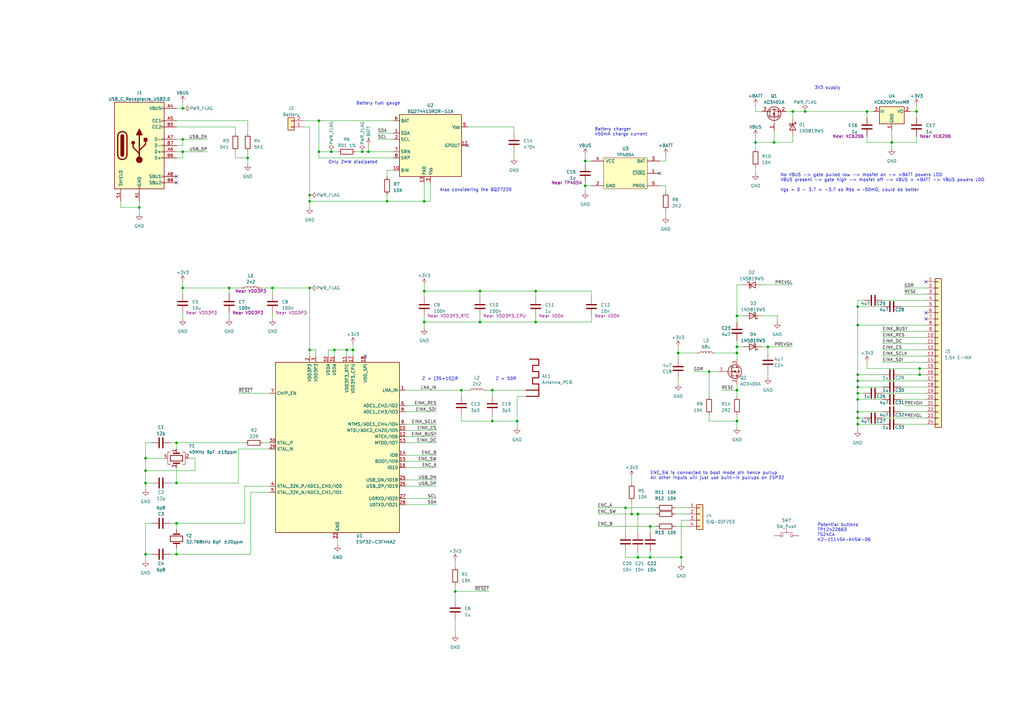
<source format=kicad_sch>
(kicad_sch (version 20230121) (generator eeschema)
  (paper "A3")
  (junction (at 377.19 151.13))
  (junction (at 130.81 62.23))
  (junction (at 74.93 57.15))
  (junction (at 302.26 142.24))
  (junction (at 365.76 58.42))
  (junction (at 261.62 228.6))
  (junction (at 201.93 172.72))
  (junction (at 59.69 198.12))
  (junction (at 93.98 118.11))
  (junction (at 101.6 64.77))
  (junction (at 130.81 49.53))
  (junction (at 74.93 44.45))
  (junction (at 266.7 228.6))
  (junction (at 309.88 58.42))
  (junction (at 375.92 45.72))
  (junction (at 240.03 76.2))
  (junction (at 189.23 160.02))
  (junction (at 59.69 227.33))
  (junction (at 135.89 62.23))
  (junction (at 351.79 153.67))
  (junction (at 317.5 58.42))
  (junction (at 351.79 133.35))
  (junction (at 278.13 144.78))
  (junction (at 74.93 62.23))
  (junction (at 158.75 82.55))
  (junction (at 148.59 62.23))
  (junction (at 302.26 144.78))
  (junction (at 351.79 125.73))
  (junction (at 351.79 171.45))
  (junction (at 279.4 228.6))
  (junction (at 259.08 210.82))
  (junction (at 302.26 129.54))
  (junction (at 351.79 158.75))
  (junction (at 355.6 45.72))
  (junction (at 72.39 227.33))
  (junction (at 240.03 66.04))
  (junction (at 173.99 82.55))
  (junction (at 127 80.01))
  (junction (at 74.93 118.11))
  (junction (at 137.16 143.51))
  (junction (at 111.76 118.11))
  (junction (at 144.78 143.51))
  (junction (at 173.99 119.38))
  (junction (at 266.7 215.9))
  (junction (at 196.85 119.38))
  (junction (at 325.12 45.72))
  (junction (at 219.71 132.08))
  (junction (at 351.79 161.29))
  (junction (at 72.39 181.61))
  (junction (at 127 143.51))
  (junction (at 72.39 198.12))
  (junction (at 219.71 119.38))
  (junction (at 201.93 160.02))
  (junction (at 173.99 132.08))
  (junction (at 302.26 160.02))
  (junction (at 256.54 208.28))
  (junction (at 377.19 153.67))
  (junction (at 261.62 210.82))
  (junction (at 142.24 143.51))
  (junction (at 351.79 163.83))
  (junction (at 59.69 187.96))
  (junction (at 127 118.11))
  (junction (at 57.15 85.09))
  (junction (at 196.85 132.08))
  (junction (at 151.13 62.23))
  (junction (at 186.69 242.57))
  (junction (at 127 82.55))
  (junction (at 351.79 173.99))
  (junction (at 212.09 172.72))
  (junction (at 351.79 168.91))
  (junction (at 290.83 152.4))
  (junction (at 330.2 45.72))
  (junction (at 59.69 193.04))
  (junction (at 72.39 214.63))
  (junction (at 302.26 172.72))
  (junction (at 351.79 156.21))
  (junction (at 314.96 142.24))
  (no_connect (at 191.77 59.69))
  (no_connect (at 72.39 74.93))
  (no_connect (at 72.39 72.39))
  (no_connect (at 379.73 130.81))
  (no_connect (at 149.86 146.05))
  (no_connect (at 379.73 115.57))
  (no_connect (at 270.51 71.12))
  (no_connect (at 379.73 128.27))
  (wire (pts (xy 201.93 160.02) (xy 199.39 160.02)))
  (wire (pts (xy 369.57 168.91) (xy 379.73 168.91)))
  (wire (pts (xy 279.4 213.36) (xy 281.94 213.36)))
  (wire (pts (xy 245.11 210.82) (xy 259.08 210.82)))
  (wire (pts (xy 189.23 160.02) (xy 191.77 160.02)))
  (wire (pts (xy 134.62 146.05) (xy 134.62 143.51)))
  (wire (pts (xy 69.85 214.63) (xy 72.39 214.63)))
  (wire (pts (xy 186.69 242.57) (xy 200.66 242.57)))
  (wire (pts (xy 266.7 226.06) (xy 266.7 228.6)))
  (wire (pts (xy 273.05 66.04) (xy 270.51 66.04)))
  (wire (pts (xy 355.6 55.88) (xy 355.6 58.42)))
  (wire (pts (xy 379.73 133.35) (xy 351.79 133.35)))
  (wire (pts (xy 351.79 168.91) (xy 351.79 171.45)))
  (wire (pts (xy 273.05 86.36) (xy 273.05 88.9)))
  (wire (pts (xy 166.37 173.99) (xy 179.07 173.99)))
  (wire (pts (xy 158.75 72.39) (xy 158.75 69.85)))
  (wire (pts (xy 186.69 240.03) (xy 186.69 242.57)))
  (wire (pts (xy 59.69 187.96) (xy 59.69 193.04)))
  (wire (pts (xy 72.39 52.07) (xy 96.52 52.07)))
  (wire (pts (xy 351.79 171.45) (xy 351.79 173.99)))
  (wire (pts (xy 138.43 220.98) (xy 138.43 223.52)))
  (wire (pts (xy 130.81 64.77) (xy 130.81 62.23)))
  (wire (pts (xy 72.39 214.63) (xy 72.39 217.17)))
  (wire (pts (xy 201.93 160.02) (xy 214.63 160.02)))
  (wire (pts (xy 72.39 62.23) (xy 74.93 62.23)))
  (wire (pts (xy 351.79 161.29) (xy 354.33 161.29)))
  (wire (pts (xy 96.52 52.07) (xy 96.52 54.61)))
  (wire (pts (xy 74.93 120.65) (xy 74.93 118.11)))
  (wire (pts (xy 201.93 172.72) (xy 201.93 170.18)))
  (wire (pts (xy 318.77 132.08) (xy 318.77 129.54)))
  (wire (pts (xy 74.93 57.15) (xy 85.09 57.15)))
  (wire (pts (xy 59.69 214.63) (xy 62.23 214.63)))
  (wire (pts (xy 176.53 74.93) (xy 176.53 82.55)))
  (wire (pts (xy 186.69 242.57) (xy 186.69 246.38)))
  (wire (pts (xy 266.7 215.9) (xy 269.24 215.9)))
  (wire (pts (xy 370.84 120.65) (xy 379.73 120.65)))
  (wire (pts (xy 219.71 129.54) (xy 219.71 132.08)))
  (wire (pts (xy 72.39 59.69) (xy 74.93 59.69)))
  (wire (pts (xy 365.76 60.96) (xy 365.76 58.42)))
  (wire (pts (xy 351.79 171.45) (xy 354.33 171.45)))
  (wire (pts (xy 110.49 201.93) (xy 102.87 201.93)))
  (wire (pts (xy 302.26 116.84) (xy 302.26 129.54)))
  (wire (pts (xy 127 82.55) (xy 158.75 82.55)))
  (wire (pts (xy 186.69 254) (xy 186.69 260.35)))
  (wire (pts (xy 273.05 63.5) (xy 273.05 66.04)))
  (wire (pts (xy 151.13 62.23) (xy 161.29 62.23)))
  (wire (pts (xy 375.92 43.18) (xy 375.92 45.72)))
  (wire (pts (xy 74.93 62.23) (xy 85.09 62.23)))
  (wire (pts (xy 351.79 156.21) (xy 379.73 156.21)))
  (wire (pts (xy 124.46 52.07) (xy 127 52.07)))
  (wire (pts (xy 210.82 62.23) (xy 210.82 64.77)))
  (wire (pts (xy 72.39 184.15) (xy 72.39 181.61)))
  (wire (pts (xy 317.5 58.42) (xy 325.12 58.42)))
  (wire (pts (xy 322.58 45.72) (xy 325.12 45.72)))
  (wire (pts (xy 173.99 129.54) (xy 173.99 132.08)))
  (wire (pts (xy 351.79 125.73) (xy 361.95 125.73)))
  (wire (pts (xy 256.54 208.28) (xy 256.54 218.44)))
  (wire (pts (xy 212.09 175.26) (xy 212.09 172.72)))
  (wire (pts (xy 325.12 58.42) (xy 325.12 55.88)))
  (wire (pts (xy 137.16 143.51) (xy 134.62 143.51)))
  (wire (pts (xy 135.89 62.23) (xy 138.43 62.23)))
  (wire (pts (xy 186.69 229.87) (xy 186.69 232.41)))
  (wire (pts (xy 166.37 196.85) (xy 179.07 196.85)))
  (wire (pts (xy 273.05 76.2) (xy 273.05 78.74)))
  (wire (pts (xy 77.47 187.96) (xy 80.01 187.96)))
  (wire (pts (xy 137.16 143.51) (xy 137.16 146.05)))
  (wire (pts (xy 259.08 205.74) (xy 259.08 210.82)))
  (wire (pts (xy 351.79 161.29) (xy 351.79 163.83)))
  (wire (pts (xy 97.79 184.15) (xy 97.79 198.12)))
  (wire (pts (xy 245.11 208.28) (xy 256.54 208.28)))
  (wire (pts (xy 127 82.55) (xy 127 85.09)))
  (wire (pts (xy 261.62 226.06) (xy 261.62 228.6)))
  (wire (pts (xy 173.99 132.08) (xy 196.85 132.08)))
  (wire (pts (xy 93.98 118.11) (xy 93.98 120.65)))
  (wire (pts (xy 351.79 158.75) (xy 351.79 161.29)))
  (wire (pts (xy 137.16 143.51) (xy 142.24 143.51)))
  (wire (pts (xy 302.26 139.7) (xy 302.26 142.24)))
  (wire (pts (xy 158.75 82.55) (xy 173.99 82.55)))
  (wire (pts (xy 242.57 119.38) (xy 242.57 121.92)))
  (wire (pts (xy 189.23 170.18) (xy 189.23 172.72)))
  (wire (pts (xy 173.99 132.08) (xy 173.99 134.62)))
  (wire (pts (xy 130.81 62.23) (xy 135.89 62.23)))
  (wire (pts (xy 370.84 118.11) (xy 379.73 118.11)))
  (wire (pts (xy 279.4 228.6) (xy 279.4 231.14)))
  (wire (pts (xy 365.76 58.42) (xy 375.92 58.42)))
  (wire (pts (xy 309.88 58.42) (xy 309.88 55.88)))
  (wire (pts (xy 189.23 172.72) (xy 201.93 172.72)))
  (wire (pts (xy 302.26 129.54) (xy 304.8 129.54)))
  (wire (pts (xy 259.08 195.58) (xy 259.08 198.12)))
  (wire (pts (xy 375.92 58.42) (xy 375.92 55.88)))
  (wire (pts (xy 72.39 227.33) (xy 102.87 227.33)))
  (wire (pts (xy 361.95 123.19) (xy 379.73 123.19)))
  (wire (pts (xy 240.03 78.74) (xy 240.03 76.2)))
  (wire (pts (xy 284.48 152.4) (xy 290.83 152.4)))
  (wire (pts (xy 142.24 143.51) (xy 142.24 146.05)))
  (wire (pts (xy 302.26 172.72) (xy 290.83 172.72)))
  (wire (pts (xy 166.37 179.07) (xy 179.07 179.07)))
  (wire (pts (xy 201.93 172.72) (xy 212.09 172.72)))
  (wire (pts (xy 93.98 128.27) (xy 93.98 130.81)))
  (wire (pts (xy 278.13 142.24) (xy 278.13 144.78)))
  (wire (pts (xy 173.99 74.93) (xy 173.99 82.55)))
  (wire (pts (xy 189.23 162.56) (xy 189.23 160.02)))
  (wire (pts (xy 72.39 214.63) (xy 100.33 214.63)))
  (wire (pts (xy 266.7 215.9) (xy 266.7 218.44)))
  (wire (pts (xy 302.26 144.78) (xy 302.26 142.24)))
  (wire (pts (xy 369.57 158.75) (xy 379.73 158.75)))
  (wire (pts (xy 74.93 62.23) (xy 74.93 64.77)))
  (wire (pts (xy 59.69 187.96) (xy 67.31 187.96)))
  (wire (pts (xy 351.79 123.19) (xy 351.79 125.73)))
  (wire (pts (xy 351.79 153.67) (xy 361.95 153.67)))
  (wire (pts (xy 96.52 64.77) (xy 96.52 62.23)))
  (wire (pts (xy 242.57 129.54) (xy 242.57 132.08)))
  (wire (pts (xy 74.93 128.27) (xy 74.93 130.81)))
  (wire (pts (xy 107.95 181.61) (xy 110.49 181.61)))
  (wire (pts (xy 302.26 160.02) (xy 302.26 162.56)))
  (wire (pts (xy 196.85 129.54) (xy 196.85 132.08)))
  (wire (pts (xy 276.86 210.82) (xy 281.94 210.82)))
  (wire (pts (xy 106.68 118.11) (xy 111.76 118.11)))
  (wire (pts (xy 302.26 147.32) (xy 302.26 144.78)))
  (wire (pts (xy 259.08 210.82) (xy 261.62 210.82)))
  (wire (pts (xy 154.94 57.15) (xy 161.29 57.15)))
  (wire (pts (xy 59.69 193.04) (xy 80.01 193.04)))
  (wire (pts (xy 302.26 172.72) (xy 302.26 175.26)))
  (wire (pts (xy 97.79 184.15) (xy 110.49 184.15)))
  (wire (pts (xy 369.57 125.73) (xy 379.73 125.73)))
  (wire (pts (xy 99.06 118.11) (xy 93.98 118.11)))
  (wire (pts (xy 214.63 162.56) (xy 212.09 162.56)))
  (wire (pts (xy 62.23 198.12) (xy 59.69 198.12)))
  (wire (pts (xy 59.69 181.61) (xy 59.69 187.96)))
  (wire (pts (xy 377.19 153.67) (xy 379.73 153.67)))
  (wire (pts (xy 375.92 45.72) (xy 375.92 48.26)))
  (wire (pts (xy 124.46 49.53) (xy 130.81 49.53)))
  (wire (pts (xy 351.79 163.83) (xy 351.79 168.91)))
  (wire (pts (xy 294.64 152.4) (xy 290.83 152.4)))
  (wire (pts (xy 379.73 148.59) (xy 361.95 148.59)))
  (wire (pts (xy 101.6 49.53) (xy 101.6 54.61)))
  (wire (pts (xy 302.26 157.48) (xy 302.26 160.02)))
  (wire (pts (xy 261.62 228.6) (xy 266.7 228.6)))
  (wire (pts (xy 111.76 128.27) (xy 111.76 130.81)))
  (wire (pts (xy 127 143.51) (xy 129.54 143.51)))
  (wire (pts (xy 351.79 163.83) (xy 361.95 163.83)))
  (wire (pts (xy 290.83 152.4) (xy 290.83 162.56)))
  (wire (pts (xy 127 146.05) (xy 127 143.51)))
  (wire (pts (xy 317.5 53.34) (xy 317.5 58.42)))
  (wire (pts (xy 74.93 118.11) (xy 93.98 118.11)))
  (wire (pts (xy 111.76 118.11) (xy 127 118.11)))
  (wire (pts (xy 302.26 170.18) (xy 302.26 172.72)))
  (wire (pts (xy 72.39 181.61) (xy 100.33 181.61)))
  (wire (pts (xy 240.03 66.04) (xy 240.03 67.31)))
  (wire (pts (xy 127 143.51) (xy 127 118.11)))
  (wire (pts (xy 166.37 186.69) (xy 179.07 186.69)))
  (wire (pts (xy 57.15 85.09) (xy 57.15 87.63)))
  (wire (pts (xy 151.13 59.69) (xy 151.13 62.23)))
  (wire (pts (xy 369.57 173.99) (xy 379.73 173.99)))
  (wire (pts (xy 111.76 120.65) (xy 111.76 118.11)))
  (wire (pts (xy 57.15 82.55) (xy 57.15 85.09)))
  (wire (pts (xy 166.37 176.53) (xy 179.07 176.53)))
  (wire (pts (xy 219.71 132.08) (xy 242.57 132.08)))
  (wire (pts (xy 74.93 115.57) (xy 74.93 118.11)))
  (wire (pts (xy 201.93 162.56) (xy 201.93 160.02)))
  (wire (pts (xy 361.95 171.45) (xy 379.73 171.45)))
  (wire (pts (xy 351.79 168.91) (xy 361.95 168.91)))
  (wire (pts (xy 317.5 58.42) (xy 309.88 58.42)))
  (wire (pts (xy 379.73 138.43) (xy 361.95 138.43)))
  (wire (pts (xy 101.6 62.23) (xy 101.6 64.77)))
  (wire (pts (xy 314.96 152.4) (xy 314.96 154.94)))
  (wire (pts (xy 309.88 45.72) (xy 312.42 45.72)))
  (wire (pts (xy 312.42 142.24) (xy 314.96 142.24)))
  (wire (pts (xy 166.37 189.23) (xy 179.07 189.23)))
  (wire (pts (xy 256.54 208.28) (xy 269.24 208.28)))
  (wire (pts (xy 256.54 228.6) (xy 256.54 226.06)))
  (wire (pts (xy 302.26 129.54) (xy 302.26 132.08)))
  (wire (pts (xy 302.26 142.24) (xy 304.8 142.24)))
  (wire (pts (xy 72.39 49.53) (xy 101.6 49.53)))
  (wire (pts (xy 361.95 161.29) (xy 379.73 161.29)))
  (wire (pts (xy 210.82 52.07) (xy 191.77 52.07)))
  (wire (pts (xy 312.42 129.54) (xy 318.77 129.54)))
  (wire (pts (xy 379.73 135.89) (xy 361.95 135.89)))
  (wire (pts (xy 355.6 58.42) (xy 365.76 58.42)))
  (wire (pts (xy 166.37 168.91) (xy 179.07 168.91)))
  (wire (pts (xy 279.4 213.36) (xy 279.4 228.6)))
  (wire (pts (xy 351.79 173.99) (xy 361.95 173.99)))
  (wire (pts (xy 370.84 166.37) (xy 379.73 166.37)))
  (wire (pts (xy 59.69 227.33) (xy 62.23 227.33)))
  (wire (pts (xy 166.37 181.61) (xy 179.07 181.61)))
  (wire (pts (xy 72.39 198.12) (xy 69.85 198.12)))
  (wire (pts (xy 261.62 210.82) (xy 269.24 210.82)))
  (wire (pts (xy 196.85 132.08) (xy 219.71 132.08)))
  (wire (pts (xy 276.86 215.9) (xy 281.94 215.9)))
  (wire (pts (xy 295.91 160.02) (xy 302.26 160.02)))
  (wire (pts (xy 377.19 151.13) (xy 355.6 151.13)))
  (wire (pts (xy 325.12 45.72) (xy 325.12 48.26)))
  (wire (pts (xy 101.6 64.77) (xy 101.6 67.31)))
  (wire (pts (xy 158.75 82.55) (xy 158.75 80.01)))
  (wire (pts (xy 129.54 146.05) (xy 129.54 143.51)))
  (wire (pts (xy 72.39 57.15) (xy 74.93 57.15)))
  (wire (pts (xy 266.7 228.6) (xy 279.4 228.6)))
  (wire (pts (xy 365.76 58.42) (xy 365.76 53.34)))
  (wire (pts (xy 173.99 116.84) (xy 173.99 119.38)))
  (wire (pts (xy 49.53 85.09) (xy 57.15 85.09)))
  (wire (pts (xy 72.39 227.33) (xy 72.39 224.79)))
  (wire (pts (xy 379.73 146.05) (xy 361.95 146.05)))
  (wire (pts (xy 62.23 181.61) (xy 59.69 181.61)))
  (wire (pts (xy 290.83 170.18) (xy 290.83 172.72)))
  (wire (pts (xy 309.88 45.72) (xy 309.88 43.18)))
  (wire (pts (xy 127 80.01) (xy 127 82.55)))
  (wire (pts (xy 146.05 62.23) (xy 148.59 62.23)))
  (wire (pts (xy 74.93 41.91) (xy 74.93 44.45)))
  (wire (pts (xy 166.37 191.77) (xy 179.07 191.77)))
  (wire (pts (xy 100.33 214.63) (xy 100.33 199.39)))
  (wire (pts (xy 240.03 63.5) (xy 240.03 66.04)))
  (wire (pts (xy 59.69 229.87) (xy 59.69 227.33)))
  (wire (pts (xy 354.33 123.19) (xy 351.79 123.19)))
  (wire (pts (xy 351.79 153.67) (xy 351.79 156.21)))
  (wire (pts (xy 100.33 199.39) (xy 110.49 199.39)))
  (wire (pts (xy 74.93 44.45) (xy 72.39 44.45)))
  (wire (pts (xy 309.88 58.42) (xy 309.88 60.96)))
  (wire (pts (xy 97.79 161.29) (xy 110.49 161.29)))
  (wire (pts (xy 314.96 142.24) (xy 314.96 144.78)))
  (wire (pts (xy 130.81 62.23) (xy 130.81 49.53)))
  (wire (pts (xy 72.39 64.77) (xy 74.93 64.77)))
  (wire (pts (xy 144.78 146.05) (xy 144.78 143.51)))
  (wire (pts (xy 127 52.07) (xy 127 80.01)))
  (wire (pts (xy 314.96 142.24) (xy 325.12 142.24)))
  (wire (pts (xy 166.37 207.01) (xy 179.07 207.01)))
  (wire (pts (xy 166.37 204.47) (xy 179.07 204.47)))
  (wire (pts (xy 278.13 154.94) (xy 278.13 157.48)))
  (wire (pts (xy 351.79 125.73) (xy 351.79 133.35)))
  (wire (pts (xy 351.79 158.75) (xy 361.95 158.75)))
  (wire (pts (xy 176.53 82.55) (xy 173.99 82.55)))
  (wire (pts (xy 379.73 151.13) (xy 377.19 151.13)))
  (wire (pts (xy 219.71 119.38) (xy 242.57 119.38)))
  (wire (pts (xy 196.85 119.38) (xy 196.85 121.92)))
  (wire (pts (xy 355.6 45.72) (xy 358.14 45.72)))
  (wire (pts (xy 144.78 143.51) (xy 144.78 140.97)))
  (wire (pts (xy 325.12 45.72) (xy 330.2 45.72)))
  (wire (pts (xy 210.82 54.61) (xy 210.82 52.07)))
  (wire (pts (xy 330.2 45.72) (xy 355.6 45.72)))
  (wire (pts (xy 312.42 116.84) (xy 325.12 116.84)))
  (wire (pts (xy 245.11 215.9) (xy 266.7 215.9)))
  (wire (pts (xy 148.59 62.23) (xy 151.13 62.23)))
  (wire (pts (xy 240.03 74.93) (xy 240.03 76.2)))
  (wire (pts (xy 351.79 173.99) (xy 351.79 176.53)))
  (wire (pts (xy 278.13 144.78) (xy 278.13 147.32)))
  (wire (pts (xy 304.8 116.84) (xy 302.26 116.84)))
  (wire (pts (xy 130.81 49.53) (xy 161.29 49.53)))
  (wire (pts (xy 69.85 181.61) (xy 72.39 181.61)))
  (wire (pts (xy 219.71 119.38) (xy 219.71 121.92)))
  (wire (pts (xy 373.38 45.72) (xy 375.92 45.72)))
  (wire (pts (xy 154.94 54.61) (xy 161.29 54.61)))
  (wire (pts (xy 276.86 208.28) (xy 281.94 208.28)))
  (wire (pts (xy 166.37 199.39) (xy 179.07 199.39)))
  (wire (pts (xy 256.54 228.6) (xy 261.62 228.6)))
  (wire (pts (xy 72.39 191.77) (xy 72.39 198.12)))
  (wire (pts (xy 377.19 151.13) (xy 377.19 153.67)))
  (wire (pts (xy 166.37 160.02) (xy 189.23 160.02)))
  (wire (pts (xy 285.75 144.78) (xy 278.13 144.78)))
  (wire (pts (xy 130.81 64.77) (xy 161.29 64.77)))
  (wire (pts (xy 173.99 119.38) (xy 173.99 121.92)))
  (wire (pts (xy 59.69 193.04) (xy 59.69 198.12)))
  (wire (pts (xy 369.57 153.67) (xy 377.19 153.67)))
  (wire (pts (xy 166.37 166.37) (xy 179.07 166.37)))
  (wire (pts (xy 102.87 201.93) (xy 102.87 227.33)))
  (wire (pts (xy 59.69 227.33) (xy 59.69 214.63)))
  (wire (pts (xy 351.79 133.35) (xy 351.79 153.67)))
  (wire (pts (xy 261.62 210.82) (xy 261.62 218.44)))
  (wire (pts (xy 355.6 148.59) (xy 355.6 151.13)))
  (wire (pts (xy 158.75 69.85) (xy 161.29 69.85)))
  (wire (pts (xy 80.01 187.96) (xy 80.01 193.04)))
  (wire (pts (xy 240.03 76.2) (xy 242.57 76.2)))
  (wire (pts (xy 309.88 71.12) (xy 309.88 68.58)))
  (wire (pts (xy 144.78 143.51) (xy 142.24 143.51)))
  (wire (pts (xy 240.03 66.04) (xy 242.57 66.04)))
  (wire (pts (xy 49.53 82.55) (xy 49.53 85.09)))
  (wire (pts (xy 59.69 198.12) (xy 59.69 200.66)))
  (wire (pts (xy 196.85 119.38) (xy 219.71 119.38)))
  (wire (pts (xy 69.85 227.33) (xy 72.39 227.33)))
  (wire (pts (xy 379.73 140.97) (xy 361.95 140.97)))
  (wire (pts (xy 351.79 156.21) (xy 351.79 158.75)))
  (wire (pts (xy 369.57 163.83) (xy 379.73 163.83)))
  (wire (pts (xy 173.99 119.38) (xy 196.85 119.38)))
  (wire (pts (xy 379.73 143.51) (xy 361.95 143.51)))
  (wire (pts (xy 96.52 64.77) (xy 101.6 64.77)))
  (wire (pts (xy 270.51 76.2) (xy 273.05 76.2)))
  (wire (pts (xy 212.09 162.56) (xy 212.09 172.72)))
  (wire (pts (xy 74.93 57.15) (xy 74.93 59.69)))
  (wire (pts (xy 293.37 144.78) (xy 302.26 144.78)))
  (wire (pts (xy 72.39 198.12) (xy 97.79 198.12)))
  (wire (pts (xy 355.6 45.72) (xy 355.6 48.26)))
  (text "No VBUS -> gate pulled low -> mosfet on -> +BATT powers LDO\nVBUS present -> gate high -> mosfet off -> VBUS > +BATT -> VBUS powers LDO\n\nVgs = 0 - 3.7 = -3.7 so Rds = ~50mΩ, could do better" (at 320.04 78.74 0) (effects (font (size 1.27 1.27)) (justify left bottom)))
  (text "Potential buttons\nTP12422663\nTS24CA\nK2-1114SA-A4SW-06" (at 335.28 222.25 0) (effects (font (size 1.27 1.27)) (justify left bottom)))
  (text "Battery fuel gauge" (at 146.05 43.18 0) (effects (font (size 1.27 1.27)) (justify left bottom)))
  (text "Z = (35+10j)R" (at 187.96 156.21 0) (effects (font (size 1.27 1.27)) (justify right bottom)))
  (text "3V3 supply" (at 334.01 36.83 0) (effects (font (size 1.27 1.27)) (justify left bottom)))
  (text "Only 2mW dissipated" (at 134.62 67.31 0) (effects (font (size 1.27 1.27)) (justify left bottom)))
  (text "Also considering the BQ27220" (at 180.34 78.74 0) (effects (font (size 1.27 1.27)) (justify left bottom)))
  (text "Battery charger\n450mA charge current" (at 243.84 55.88 0) (effects (font (size 1.27 1.27)) (justify left bottom)))
  (text "ENC_SW is connected to boot mode pin hence pullup\nAll other inputs will just use built-in pullups on ESP32" (at 266.7 196.85 0) (effects (font (size 1.27 1.27)) (justify left bottom)))
  (text "Z = 50R" (at 203.2 156.21 0) (effects (font (size 1.27 1.27)) (justify left bottom)))
  (label "PREVGH" (at 370.84 166.37 0))
  (label "ENC_SW" (at 179.07 189.23 180))
  (label "EINK_BUSY" (at 179.07 179.07 180))
  (label "ENC_SW" (at 245.11 210.82 0))
  (label "PREVGH" (at 325.12 142.24 180))
  (label "ENC_B" (at 245.11 215.9 0))
  (label "SDA" (at 154.94 54.61 0))
  (label "ENC_A" (at 245.11 208.28 0))
  (label "LNA_IN" (at 179.07 160.02 180))
  (label "USB_DP" (at 85.09 62.23 180))
  (label "EINK_SDI" (at 361.95 148.59 0))
  (label "RESE" (at 295.91 160.02 0))
  (label "SDA" (at 179.07 207.01 180))
  (label "PREVGL" (at 370.84 171.45 0))
  (label "GDR" (at 284.48 152.4 0))
  (label "EINK_CS" (at 179.07 176.53 180))
  (label "EINK_RES" (at 179.07 166.37 180))
  (label "GDR" (at 370.84 118.11 0))
  (label "EINK_SDI" (at 179.07 168.91 180))
  (label "PREVGL" (at 325.12 116.84 180))
  (label "USB_DP" (at 179.07 199.39 180))
  (label "~{RESET}" (at 200.66 242.57 180))
  (label "EINK_CS" (at 361.95 143.51 0))
  (label "EINK_DC" (at 361.95 140.97 0))
  (label "SCL" (at 179.07 204.47 180))
  (label "EINK_DC" (at 179.07 181.61 180))
  (label "EINK_SCLK" (at 361.95 146.05 0))
  (label "USB_DN" (at 85.09 57.15 180))
  (label "USB_DN" (at 179.07 196.85 180))
  (label "EINK_RES" (at 361.95 138.43 0))
  (label "RESE" (at 370.84 120.65 0))
  (label "~{RESET}" (at 97.79 161.29 0))
  (label "ENC_A" (at 179.07 191.77 180))
  (label "SCL" (at 154.94 57.15 0))
  (label "EINK_SCLK" (at 179.07 173.99 180))
  (label "EINK_BUSY" (at 361.95 135.89 0))
  (label "ENC_B" (at 179.07 186.69 180))
  (symbol (lib_id "Device:R") (at 309.88 64.77 180) (unit 1)
    (property "Reference" "R10" (at 312.42 64.135 0) (effects (justify right)))
    (property "Value" "10K" (at 312.42 66.675 0) (effects (justify right)))
    (property "Footprint" "Resistor_SMD:R_0402_1005Metric" (effects hide))
    (property "LCSC" "C25744" (effects hide))
  )
  (symbol (lib_id "Device:R") (at 290.83 166.37 0) (mirror x) (unit 1)
    (property "Reference" "R9" (at 288.29 165.735 0) (effects (justify right)))
    (property "Value" "10K" (at 288.29 168.275 0) (effects (justify right)))
    (property "Footprint" "Resistor_SMD:R_0402_1005Metric" (effects hide))
    (property "LCSC" "C25744" (effects hide))
  )
  (symbol (lib_id "power:PWR_FLAG") (at 148.59 62.23 0) (unit 1)
    (property "Reference" "#FLG03" (effects hide))
    (property "Value" "PWR_FLAG" (at 148.59 54.61 90))
  )
  (symbol (lib_id "Device:C") (at 111.76 124.46 0) (unit 1)
    (property "Reference" "C8" (at 115.57 123.825 0) (effects (justify left)))
    (property "Value" "100n" (at 115.57 126.365 0) (effects (justify left)))
    (property "Footprint" "Capacitor_SMD:C_0402_1005Metric" (effects hide))
    (property "Label" "Near VDD3P3" (at 113.03 128.27 0) (effects (justify left)))
    (property "LCSC" "C1525" (effects hide))
  )
  (symbol (lib_id "Device:C") (at 219.71 125.73 0) (unit 1)
    (property "Reference" "C11" (at 223.52 125.095 0) (effects (justify left)))
    (property "Value" "1u" (at 223.52 127.635 0) (effects (justify left)))
    (property "Footprint" "Capacitor_SMD:C_0402_1005Metric" (effects hide))
    (property "Label" "Near VDDA" (at 220.98 129.54 0) (effects (justify left)))
    (property "LCSC" "C52923" (effects hide))
  )
  (symbol (lib_id "local:TP4054") (at 256.54 71.12 0) (unit 1)
    (property "Reference" "U3" (at 256.54 60.96 0))
    (property "Value" "TP4054" (at 256.54 63.5 0))
    (property "Footprint" "Package_TO_SOT_SMD:SOT-23-5" (effects hide))
    (property "Description" "Standalone Linear Li-ion Battery Charger with Thermal Regulation, SOT-23-5" (effects hide))
    (property "Height" "1" (effects hide))
    (property "Manufacturer_Name" "TOP POWER" (effects hide))
    (property "Manufacturer_Part_Number" "TP4054-42-SOT25-R" (effects hide))
    (property "LCSC" "C32574" (effects hide))
  )
  (symbol (lib_id "power:GND") (at 302.26 175.26 0) (unit 1)
    (property "Reference" "#PWR036" (effects hide))
    (property "Value" "GND" (at 302.26 180.34 0))
  )
  (symbol (lib_id "power:+3V3") (at 355.6 148.59 0) (unit 1)
    (property "Reference" "#PWR040" (effects hide))
    (property "Value" "+3V3" (at 355.6 144.78 0))
  )
  (symbol (lib_id "power:PWR_FLAG") (at 135.89 62.23 0) (unit 1)
    (property "Reference" "#FLG01" (effects hide))
    (property "Value" "PWR_FLAG" (at 135.89 54.61 90))
  )
  (symbol (lib_id "Device:R") (at 186.69 236.22 0) (unit 1)
    (property "Reference" "R1" (at 189.23 235.585 0) (effects (justify left)))
    (property "Value" "10K" (at 189.23 238.125 0) (effects (justify left)))
    (property "Footprint" "Resistor_SMD:R_0402_1005Metric" (effects hide))
    (property "LCSC" "C25744" (effects hide))
  )
  (symbol (lib_id "power:+3V3") (at 173.99 116.84 0) (unit 1)
    (property "Reference" "#PWR03" (effects hide))
    (property "Value" "+3V3" (at 173.99 113.03 0))
  )
  (symbol (lib_id "Device:L") (at 195.58 160.02 90) (unit 1)
    (property "Reference" "L2" (at 195.58 154.94 90))
    (property "Value" "2n2" (at 195.58 157.48 90))
    (property "Footprint" "Inductor_SMD:L_0402_1005Metric" (effects hide))
    (property "LCSC" "C86061" (effects hide))
  )
  (symbol (lib_id "Device:C") (at 210.82 58.42 0) (unit 1)
    (property "Reference" "C14" (at 214.63 57.785 0) (effects (justify left)))
    (property "Value" "470n" (at 214.63 60.325 0) (effects (justify left)))
    (property "Footprint" "Capacitor_SMD:C_0402_1005Metric" (effects hide))
    (property "LCSC" "C47339" (effects hide))
  )
  (symbol (lib_id "Device:R") (at 302.26 166.37 0) (mirror x) (unit 1)
    (property "Reference" "R14" (at 299.72 165.735 0) (effects (justify right)))
    (property "Value" "2R2" (at 299.72 168.275 0) (effects (justify right)))
    (property "Footprint" "Resistor_SMD:R_0402_1005Metric" (effects hide))
    (property "LCSC" "C25744" (effects hide))
  )
  (symbol (lib_id "Device:C") (at 358.14 171.45 270) (unit 1)
    (property "Reference" "C27" (at 359.41 172.72 90) (effects (justify left)))
    (property "Value" "4u7" (at 356.87 172.72 90) (effects (justify right)))
  )
  (symbol (lib_id "Device:R") (at 273.05 208.28 90) (unit 1)
    (property "Reference" "R11" (at 270.51 201.93 90))
    (property "Value" "10K" (at 275.59 201.93 90))
    (property "Footprint" "Resistor_SMD:R_0402_1005Metric" (effects hide))
    (property "LCSC" "C25744" (effects hide))
  )
  (symbol (lib_id "Diode:1N5819WS") (at 308.61 142.24 180) (unit 1)
    (property "Reference" "D4" (at 308.9275 137.16 0))
    (property "Value" "1N5819WS" (at 308.9275 139.7 0))
    (property "Footprint" "Diode_SMD:D_SOD-323" (effects hide))
    (property "Datasheet" "https://datasheet.lcsc.com/lcsc/2204281430_Guangdong-Hottech-1N5819WS_C191023.pdf" (effects hide))
  )
  (symbol (lib_id "power:+3V3") (at 74.93 115.57 0) (unit 1)
    (property "Reference" "#PWR07" (effects hide))
    (property "Value" "+3V3" (at 74.93 111.76 0))
  )
  (symbol (lib_id "Device:C") (at 358.14 161.29 270) (unit 1)
    (property "Reference" "C26" (at 359.41 162.56 90) (effects (justify left)))
    (property "Value" "1u" (at 356.87 162.56 90) (effects (justify right)))
  )
  (symbol (lib_id "Device:C") (at 365.76 125.73 270) (unit 1)
    (property "Reference" "C28" (at 367.03 127 90) (effects (justify left)))
    (property "Value" "4u7" (at 364.49 127 90) (effects (justify right)))
  )
  (symbol (lib_id "Device:R") (at 104.14 181.61 90) (unit 1)
    (property "Reference" "R2" (at 104.14 176.53 90))
    (property "Value" "22R" (at 104.14 179.07 90))
    (property "Footprint" "Resistor_SMD:R_0402_1005Metric" (effects hide))
    (property "LCSC" "C25092" (effects hide))
  )
  (symbol (lib_id "Connector_Generic:Conn_01x04") (at 287.02 210.82 0) (unit 1)
    (property "Reference" "J4" (at 289.56 211.455 0) (effects (justify left)))
    (property "Value" "SIQ-02FVS3" (at 289.56 213.995 0) (effects (justify left)))
    (property "Footprint" "local:SIQ-02FVS3" (effects hide))
    (property "LCSC" "C2925423" (effects hide))
  )
  (symbol (lib_id "Device:C") (at 365.76 168.91 270) (unit 1)
    (property "Reference" "C32" (at 367.03 170.18 90) (effects (justify left)))
    (property "Value" "4u7" (at 364.49 170.18 90) (effects (justify right)))
  )
  (symbol (lib_id "power:GND") (at 127 85.09 0) (unit 1)
    (property "Reference" "#PWR011" (effects hide))
    (property "Value" "GND" (at 127 90.17 0))
  )
  (symbol (lib_id "Device:C") (at 302.26 135.89 180) (unit 1)
    (property "Reference" "C23" (at 299.72 134.62 0) (effects (justify left)))
    (property "Value" "4u7" (at 299.72 137.16 0) (effects (justify left)))
  )
  (symbol (lib_id "Device:C") (at 266.7 222.25 0) (unit 1)
    (property "Reference" "C22" (at 265.43 231.14 0) (effects (justify left)))
    (property "Value" "10n" (at 265.43 233.68 0) (effects (justify left)))
    (property "Footprint" "Capacitor_SMD:C_0402_1005Metric" (effects hide))
    (property "LCSC" "C15195" (effects hide))
  )
  (symbol (lib_id "power:GND") (at 93.98 130.81 0) (unit 1)
    (property "Reference" "#PWR013" (effects hide))
    (property "Value" "GND" (at 93.98 135.89 0))
  )
  (symbol (lib_id "power:PWR_FLAG") (at 74.93 44.45 270) (unit 1)
    (property "Reference" "#FLG06" (effects hide))
    (property "Value" "PWR_FLAG" (at 82.55 44.45 90))
  )
  (symbol (lib_id "power:GND") (at 210.82 64.77 0) (unit 1)
    (property "Reference" "#PWR018" (effects hide))
    (property "Value" "GND" (at 210.82 69.85 0))
  )
  (symbol (lib_id "Device:C") (at 261.62 222.25 0) (unit 1)
    (property "Reference" "C21" (at 260.35 231.14 0) (effects (justify left)))
    (property "Value" "10n" (at 260.35 233.68 0) (effects (justify left)))
    (property "Footprint" "Capacitor_SMD:C_0402_1005Metric" (effects hide))
    (property "LCSC" "C15195" (effects hide))
  )
  (symbol (lib_id "power:GND") (at 309.88 71.12 0) (unit 1)
    (property "Reference" "#PWR030" (effects hide))
    (property "Value" "GND" (at 309.88 76.2 0))
  )
  (symbol (lib_id "power:GND") (at 138.43 223.52 0) (unit 1)
    (property "Reference" "#PWR01" (effects hide))
    (property "Value" "GND" (at 138.43 228.6 0))
  )
  (symbol (lib_id "power:+BATT") (at 273.05 63.5 0) (unit 1)
    (property "Reference" "#PWR022" (effects hide))
    (property "Value" "+BATT" (at 273.05 59.69 0))
  )
  (symbol (lib_id "power:PWR_FLAG") (at 127 80.01 270) (unit 1)
    (property "Reference" "#FLG02" (effects hide))
    (property "Value" "PWR_FLAG" (at 134.62 80.01 90))
  )
  (symbol (lib_id "power:GND") (at 314.96 154.94 0) (unit 1)
    (property "Reference" "#PWR037" (effects hide))
    (property "Value" "GND" (at 314.96 160.02 0))
  )
  (symbol (lib_id "Device:C") (at 256.54 222.25 0) (unit 1)
    (property "Reference" "C20" (at 255.27 231.14 0) (effects (justify left)))
    (property "Value" "10n" (at 255.27 233.68 0) (effects (justify left)))
    (property "Footprint" "Capacitor_SMD:C_0402_1005Metric" (effects hide))
    (property "LCSC" "C15195" (effects hide))
  )
  (symbol (lib_id "Device:C") (at 365.76 163.83 270) (unit 1)
    (property "Reference" "C31" (at 367.03 165.1 90) (effects (justify left)))
    (property "Value" "4u7" (at 364.49 165.1 90) (effects (justify right)))
  )
  (symbol (lib_id "power:GND") (at 59.69 200.66 0) (unit 1)
    (property "Reference" "#PWR019" (effects hide))
    (property "Value" "GND" (at 59.69 205.74 0))
  )
  (symbol (lib_id "power:VBUS") (at 240.03 63.5 0) (unit 1)
    (property "Reference" "#PWR024" (effects hide))
    (property "Value" "VBUS" (at 240.03 59.69 0))
  )
  (symbol (lib_id "Battery_Management:BQ27441DRZR-G1A") (at 176.53 59.69 0) (unit 1)
    (property "Reference" "U2" (at 176.53 43.18 0))
    (property "Value" "BQ27441DRZR-G1A" (at 176.53 45.72 0))
    (property "Footprint" "Package_SON:Texas_S-PDSO-N12" (effects hide))
    (property "Datasheet" "http://www.ti.com/lit/ds/symlink/bq27441-g1.pdf" (effects hide))
    (property "LCSC" "C473397" (effects hide))
  )
  (symbol (lib_id "Device:C") (at 242.57 125.73 0) (unit 1)
    (property "Reference" "C12" (at 246.38 125.095 0) (effects (justify left)))
    (property "Value" "10n" (at 246.38 127.635 0) (effects (justify left)))
    (property "Footprint" "Capacitor_SMD:C_0402_1005Metric" (effects hide))
    (property "Label" "Near VDDA" (at 243.84 129.54 0) (effects (justify left)))
    (property "LCSC" "C15195" (effects hide))
  )
  (symbol (lib_id "Device:R") (at 273.05 210.82 90) (unit 1)
    (property "Reference" "R12" (at 270.51 204.47 90))
    (property "Value" "10K" (at 275.59 204.47 90))
    (property "Footprint" "Resistor_SMD:R_0402_1005Metric" (effects hide))
    (property "LCSC" "C25744" (effects hide))
  )
  (symbol (lib_id "power:PWR_FLAG") (at 127 118.11 270) (unit 1)
    (property "Reference" "#FLG04" (effects hide))
    (property "Value" "PWR_FLAG" (at 134.62 118.11 90))
  )
  (symbol (lib_id "power:GND") (at 351.79 176.53 0) (unit 1)
    (property "Reference" "#PWR039" (effects hide))
    (property "Value" "GND" (at 351.79 181.61 0))
  )
  (symbol (lib_id "Transistor_FET:AO3401A") (at 317.5 48.26 90) (unit 1)
    (property "Reference" "Q1" (at 317.5 39.37 90))
    (property "Value" "AO3401A" (at 317.5 41.91 90))
    (property "Footprint" "Package_TO_SOT_SMD:SOT-23" (effects hide))
    (property "Datasheet" "http://www.aosmd.com/pdfs/datasheet/AO3401A.pdf" (effects hide))
    (property "LCSC" "C15127" (effects hide))
  )
  (symbol (lib_id "Switch:SW_Push") (at 322.58 219.71 0) (unit 1)
    (property "Reference" "SW?" (at 322.58 213.36 0))
    (property "Value" "SW_Push" (at 322.58 215.9 0))
  )
  (symbol (lib_id "power:GND") (at 240.03 78.74 0) (unit 1)
    (property "Reference" "#PWR023" (effects hide))
    (property "Value" "GND" (at 240.03 83.82 0))
  )
  (symbol (lib_id "Transistor_FET:AO3400A") (at 299.72 152.4 0) (unit 1)
    (property "Reference" "Q2" (at 303.53 154.94 0) (effects (justify left)))
    (property "Value" "AO3400A" (at 303.53 157.48 0) (effects (justify left)))
    (property "Footprint" "Package_TO_SOT_SMD:SOT-23" (effects hide))
    (property "Datasheet" "http://www.aosmd.com/pdfs/datasheet/AO3400A.pdf" (effects hide))
  )
  (symbol (lib_id "Diode:1N5819WS") (at 325.12 52.07 270) (unit 1)
    (property "Reference" "D1" (at 327.66 51.1175 90) (effects (justify left)))
    (property "Value" "1N5819WS" (at 327.66 53.6575 90) (effects (justify left)))
    (property "Footprint" "Diode_SMD:D_SOD-323" (effects hide))
    (property "Datasheet" "https://datasheet.lcsc.com/lcsc/2204281430_Guangdong-Hottech-1N5819WS_C191023.pdf" (effects hide))
    (property "LCSC" "C191023" (effects hide))
  )
  (symbol (lib_id "Device:C") (at 358.14 123.19 270) (unit 1)
    (property "Reference" "C25" (at 359.41 124.46 90) (effects (justify left)))
    (property "Value" "4u7" (at 356.87 124.46 90) (effects (justify right)))
  )
  (symbol (lib_id "power:GND") (at 74.93 130.81 0) (unit 1)
    (property "Reference" "#PWR014" (effects hide))
    (property "Value" "GND" (at 74.93 135.89 0))
  )
  (symbol (lib_id "Device:C") (at 201.93 166.37 0) (unit 1)
    (property "Reference" "C19" (at 205.74 165.735 0) (effects (justify left)))
    (property "Value" "3p3" (at 205.74 168.275 0) (effects (justify left)))
    (property "Footprint" "Capacitor_SMD:C_0402_1005Metric" (effects hide))
    (property "LCSC" "C1565" (effects hide))
  )
  (symbol (lib_id "Device:R") (at 96.52 58.42 0) (mirror x) (unit 1)
    (property "Reference" "R3" (at 93.98 57.785 0) (effects (justify right)))
    (property "Value" "5K1" (at 93.98 60.325 0) (effects (justify right)))
    (property "Footprint" "Resistor_SMD:R_0402_1005Metric" (effects hide))
    (property "LCSC" "C25905" (effects hide))
  )
  (symbol (lib_id "power:+3V3") (at 144.78 140.97 0) (unit 1)
    (property "Reference" "#PWR02" (effects hide))
    (property "Value" "+3V3" (at 144.78 137.16 0))
  )
  (symbol (lib_id "Device:L") (at 102.87 118.11 90) (unit 1)
    (property "Reference" "L1" (at 102.87 113.03 90))
    (property "Value" "2n2" (at 102.87 115.57 90))
    (property "Footprint" "Inductor_SMD:L_0402_1005Metric" (effects hide))
    (property "Label" "Near VDD3P3" (at 102.87 119.38 90))
    (property "LCSC" "C86061" (effects hide))
  )
  (symbol (lib_id "Device:R") (at 142.24 62.23 90) (unit 1)
    (property "Reference" "R6" (at 142.24 57.15 90))
    (property "Value" "R01 1%" (at 142.24 59.69 90))
    (property "Footprint" "Resistor_SMD:R_0805_2012Metric" (effects hide))
    (property "LCSC" "C3024467" (effects hide))
  )
  (symbol (lib_id "Device:Crystal") (at 72.39 220.98 90) (unit 1)
    (property "Reference" "Y2" (at 76.2 219.71 90) (effects (justify right)))
    (property "Value" "32.768kHz 6pF ±20ppm" (at 76.2 222.25 90) (effects (justify right)))
    (property "Footprint" "Crystal:Crystal_SMD_3215-2Pin_3.2x1.5mm" (effects hide))
    (property "LCSC" "C32346" (effects hide))
  )
  (symbol (lib_id "power:GND") (at 318.77 132.08 0) (unit 1)
    (property "Reference" "#PWR038" (effects hide))
    (property "Value" "GND" (at 318.77 137.16 0))
  )
  (symbol (lib_id "power:GND") (at 365.76 60.96 0) (unit 1)
    (property "Reference" "#PWR031" (effects hide))
    (property "Value" "GND" (at 365.76 66.04 0))
  )
  (symbol (lib_id "Device:C") (at 66.04 198.12 270) (unit 1)
    (property "Reference" "C2" (at 66.04 201.93 90))
    (property "Value" "12p" (at 66.04 204.47 90))
    (property "Footprint" "Capacitor_SMD:C_0402_1005Metric" (effects hide))
    (property "LCSC" "C1547" (effects hide))
  )
  (symbol (lib_id "Device:C") (at 375.92 52.07 0) (unit 1)
    (property "Reference" "C17" (at 379.73 51.435 0) (effects (justify left)))
    (property "Value" "1u" (at 379.73 53.975 0) (effects (justify left)))
    (property "Footprint" "Capacitor_SMD:C_0402_1005Metric" (effects hide))
    (property "Label" "Near XC6206" (at 377.19 55.88 0) (effects (justify left)))
    (property "LCSC" "C52923" (effects hide))
  )
  (symbol (lib_id "Device:C") (at 186.69 250.19 0) (unit 1)
    (property "Reference" "C6" (at 190.5 249.555 0) (effects (justify left)))
    (property "Value" "1u" (at 190.5 252.095 0) (effects (justify left)))
    (property "Footprint" "Capacitor_SMD:C_0402_1005Metric" (effects hide))
    (property "LCSC" "C52923" (effects hide))
  )
  (symbol (lib_id "power:GND") (at 186.69 260.35 0) (unit 1)
    (property "Reference" "#PWR016" (effects hide))
    (property "Value" "GND" (at 186.69 265.43 0))
  )
  (symbol (lib_id "Device:C") (at 66.04 181.61 90) (unit 1)
    (property "Reference" "C1" (at 66.04 175.26 90))
    (property "Value" "12p" (at 66.04 177.8 90))
    (property "Footprint" "Capacitor_SMD:C_0402_1005Metric" (effects hide))
    (property "LCSC" "C1547" (effects hide))
  )
  (symbol (lib_id "power:+3V3") (at 259.08 195.58 0) (unit 1)
    (property "Reference" "#PWR035" (effects hide))
    (property "Value" "+3V3" (at 259.08 191.77 0))
  )
  (symbol (lib_id "Regulator_Linear:XC6206PxxxMR") (at 365.76 45.72 0) (unit 1)
    (property "Reference" "U4" (at 365.76 39.37 0))
    (property "Value" "XC6206PxxxMR" (at 365.76 41.91 0))
    (property "Footprint" "Package_TO_SOT_SMD:SOT-23-3" (effects hide))
    (property "Datasheet" "https://www.torexsemi.com/file/xc6206/XC6206.pdf" (effects hide))
    (property "LCSC" "C5446" (effects hide))
  )
  (symbol (lib_id "local:Antenna_PCB") (at 217.17 161.29 270) (unit 1) (in_bom no)
    (property "Reference" "AE1" (at 222.25 154.305 90) (effects (justify left)))
    (property "Value" "Antenna_PCB" (at 222.25 156.845 90) (effects (justify left)))
    (property "Footprint" "local:Texas_SWRA117D_2.4GHz_Left" (effects hide))
  )
  (symbol (lib_id "power:GND") (at 59.69 229.87 0) (unit 1)
    (property "Reference" "#PWR017" (effects hide))
    (property "Value" "GND" (at 59.69 234.95 0))
  )
  (symbol (lib_id "Device:R") (at 158.75 76.2 0) (unit 1)
    (property "Reference" "R7" (at 161.29 75.565 0) (effects (justify left)))
    (property "Value" "10K" (at 161.29 78.105 0) (effects (justify left)))
    (property "Footprint" "Resistor_SMD:R_0402_1005Metric" (effects hide))
    (property "LCSC" "C25744" (effects hide))
  )
  (symbol (lib_id "Device:R") (at 273.05 82.55 180) (unit 1)
    (property "Reference" "R8" (at 275.59 81.915 0) (effects (justify right)))
    (property "Value" "2K2" (at 275.59 84.455 0) (effects (justify right)))
    (property "Footprint" "Resistor_SMD:R_0402_1005Metric" (effects hide))
    (property "LCSC" "C25879" (effects hide))
  )
  (symbol (lib_id "power:VBUS") (at 309.88 55.88 0) (unit 1)
    (property "Reference" "#PWR029" (effects hide))
    (property "Value" "VBUS" (at 309.88 52.07 0))
  )
  (symbol (lib_id "Device:C") (at 173.99 125.73 0) (unit 1)
    (property "Reference" "C9" (at 177.8 125.095 0) (effects (justify left)))
    (property "Value" "100n" (at 177.8 127.635 0) (effects (justify left)))
    (property "Footprint" "Capacitor_SMD:C_0402_1005Metric" (effects hide))
    (property "Label" "Near VDD3P3_RTC" (at 175.26 129.54 0) (effects (justify left)))
    (property "LCSC" "C1525" (effects hide))
  )
  (symbol (lib_id "power:+3V3") (at 375.92 43.18 0) (unit 1)
    (property "Reference" "#PWR025" (effects hide))
    (property "Value" "+3V3" (at 375.92 39.37 0))
  )
  (symbol (lib_id "power:PWR_FLAG") (at 330.2 45.72 0) (unit 1)
    (property "Reference" "#FLG05" (effects hide))
    (property "Value" "PWR_FLAG" (at 330.2 41.91 0))
  )
  (symbol (lib_id "Device:C") (at 189.23 166.37 0) (unit 1)
    (property "Reference" "C13" (at 193.04 165.735 0) (effects (justify left)))
    (property "Value" "3p3" (at 193.04 168.275 0) (effects (justify left)))
    (property "Footprint" "Capacitor_SMD:C_0402_1005Metric" (effects hide))
    (property "LCSC" "C1565" (effects hide))
  )
  (symbol (lib_id "Device:C") (at 74.93 124.46 0) (unit 1)
    (property "Reference" "C5" (at 78.74 123.825 0) (effects (justify left)))
    (property "Value" "10u" (at 78.74 126.365 0) (effects (justify left)))
    (property "Footprint" "Capacitor_SMD:C_0402_1005Metric" (effects hide))
    (property "Label" "Near VDD3P3" (at 76.2 128.27 0) (effects (justify left)))
    (property "LCSC" "C15525" (effects hide))
  )
  (symbol (lib_id "Device:C") (at 355.6 52.07 0) (mirror y) (unit 1)
    (property "Reference" "C16" (at 351.79 51.435 0) (effects (justify left)))
    (property "Value" "1u" (at 351.79 53.975 0) (effects (justify left)))
    (property "Footprint" "Capacitor_SMD:C_0402_1005Metric" (effects hide))
    (property "Label" "Near XC6206" (at 354.33 55.88 0) (effects (justify left)))
    (property "LCSC" "C52923" (effects hide))
  )
  (symbol (lib_id "Device:C") (at 314.96 148.59 0) (unit 1)
    (property "Reference" "C24" (at 317.5 149.86 0) (effects (justify left)))
    (property "Value" "4u7" (at 317.5 147.32 0) (effects (justify left)))
  )
  (symbol (lib_id "Diode:1N5819WS") (at 308.61 129.54 180) (unit 1)
    (property "Reference" "D3" (at 308.9275 124.46 0))
    (property "Value" "1N5819WS" (at 308.9275 127 0))
    (property "Footprint" "Diode_SMD:D_SOD-323" (effects hide))
    (property "Datasheet" "https://datasheet.lcsc.com/lcsc/2204281430_Guangdong-Hottech-1N5819WS_C191023.pdf" (effects hide))
  )
  (symbol (lib_id "power:GND") (at 279.4 231.14 0) (unit 1)
    (property "Reference" "#PWR034" (effects hide))
    (property "Value" "GND" (at 279.4 236.22 0))
  )
  (symbol (lib_id "Device:R") (at 101.6 58.42 0) (unit 1)
    (property "Reference" "R4" (at 104.14 57.785 0) (effects (justify left)))
    (property "Value" "5K1" (at 104.14 60.325 0) (effects (justify left)))
    (property "Footprint" "Resistor_SMD:R_0402_1005Metric" (effects hide))
    (property "LCSC" "C25905" (effects hide))
  )
  (symbol (lib_id "power:GND") (at 273.05 88.9 0) (unit 1)
    (property "Reference" "#PWR026" (effects hide))
    (property "Value" "GND" (at 273.05 93.98 0))
  )
  (symbol (lib_id "Device:C") (at 66.04 227.33 270) (unit 1)
    (property "Reference" "C4" (at 66.04 231.14 90))
    (property "Value" "6p8" (at 66.04 233.68 90))
    (property "Footprint" "Capacitor_SMD:C_0402_1005Metric" (effects hide))
    (property "LCSC" "C1576" (effects hide))
  )
  (symbol (lib_id "Device:R") (at 259.08 201.93 0) (unit 1)
    (property "Reference" "R5" (at 261.62 201.295 0) (effects (justify left)))
    (property "Value" "10K" (at 261.62 203.835 0) (effects (justify left)))
    (property "Footprint" "Resistor_SMD:R_0402_1005Metric" (effects hide))
    (property "LCSC" "C25744" (effects hide))
  )
  (symbol (lib_id "local:ESP32-C3FH4AZ") (at 138.43 186.69 0) (unit 1)
    (property "Reference" "U1" (at 146.05 219.71 0) (effects (justify left)))
    (property "Value" "ESP32-C3FH4AZ" (at 146.05 222.25 0) (effects (justify left)))
    (property "Footprint" "Package_DFN_QFN:QFN-32-1EP_5x5mm_P0.5mm_EP3.6x3.6mm_ThermalVias" (effects hide))
    (property "Datasheet" "https://www.espressif.com/sites/default/files/documentation/esp32-c3_datasheet_en.pdf" (effects hide))
    (property "LCSC" "C2858491" (effects hide))
  )
  (symbol (lib_id "power:GND") (at 212.09 175.26 0) (unit 1)
    (property "Reference" "#PWR033" (effects hide))
    (property "Value" "GND" (at 212.09 180.34 0))
  )
  (symbol (lib_id "power:VBUS") (at 74.93 41.91 0) (unit 1)
    (property "Reference" "#PWR06" (effects hide))
    (property "Value" "VBUS" (at 74.93 38.1 0))
  )
  (symbol (lib_id "power:GND") (at 278.13 157.48 0) (unit 1)
    (property "Reference" "#PWR010" (effects hide))
    (property "Value" "GND" (at 278.13 162.56 0))
  )
  (symbol (lib_id "power:+BATT") (at 151.13 59.69 0) (unit 1)
    (property "Reference" "#PWR020" (effects hide))
    (property "Value" "+BATT" (at 151.13 54.61 90))
  )
  (symbol (lib_id "power:GND") (at 101.6 67.31 0) (unit 1)
    (property "Reference" "#PWR04" (effects hide))
    (property "Value" "GND" (at 101.6 72.39 0))
  )
  (symbol (lib_id "Device:C") (at 365.76 158.75 270) (unit 1)
    (property "Reference" "C30" (at 367.03 160.02 90) (effects (justify left)))
    (property "Value" "1u" (at 364.49 160.02 90) (effects (justify right)))
  )
  (symbol (lib_id "Device:R") (at 273.05 215.9 90) (unit 1)
    (property "Reference" "R13" (at 270.51 218.44 90))
    (property "Value" "10K" (at 275.59 218.44 90))
    (property "Footprint" "Resistor_SMD:R_0402_1005Metric" (effects hide))
    (property "LCSC" "C25744" (effects hide))
  )
  (symbol (lib_id "Device:Crystal_GND24") (at 72.39 187.96 270) (unit 1)
    (property "Reference" "Y1" (at 77.47 182.88 90) (effects (justify left)))
    (property "Value" "40MHz 9pF ±10ppm" (at 77.47 185.42 90) (effects (justify left)))
    (property "Footprint" "Crystal:Crystal_SMD_2520-4Pin_2.5x2.0mm" (effects hide))
    (property "LCSC" "C557159" (effects hide))
  )
  (symbol (lib_id "Device:C") (at 365.76 153.67 270) (unit 1)
    (property "Reference" "C29" (at 367.03 154.94 90) (effects (justify left)))
    (property "Value" "1u" (at 364.49 154.94 90) (effects (justify right)))
  )
  (symbol (lib_id "power:GND") (at 57.15 87.63 0) (unit 1)
    (property "Reference" "#PWR08" (effects hide))
    (property "Value" "GND" (at 57.15 92.71 0))
  )
  (symbol (lib_id "Device:C") (at 365.76 173.99 270) (unit 1)
    (property "Reference" "C33" (at 367.03 175.26 90) (effects (justify left)))
    (property "Value" "1u" (at 364.49 175.26 90) (effects (justify right)))
  )
  (symbol (lib_id "power:+BATT") (at 309.88 43.18 0) (unit 1)
    (property "Reference" "#PWR028" (effects hide))
    (property "Value" "+BATT" (at 309.88 39.37 0))
  )
  (symbol (lib_id "Diode:1N5819WS") (at 308.61 116.84 0) (unit 1)
    (property "Reference" "D2" (at 308.2925 111.76 0))
    (property "Value" "1N5819WS" (at 308.2925 114.3 0))
    (property "Footprint" "Diode_SMD:D_SOD-323" (effects hide))
    (property "Datasheet" "https://datasheet.lcsc.com/lcsc/2204281430_Guangdong-Hottech-1N5819WS_C191023.pdf" (effects hide))
  )
  (symbol (lib_id "Device:L") (at 289.56 144.78 90) (unit 1)
    (property "Reference" "L3" (at 289.56 139.7 90))
    (property "Value" "68u" (at 289.56 142.24 90))
  )
  (symbol (lib_id "Device:C") (at 240.03 71.12 0) (mirror y) (unit 1)
    (property "Reference" "C15" (at 236.22 70.485 0) (effects (justify left)))
    (property "Value" "1u" (at 236.22 73.025 0) (effects (justify left)))
    (property "Footprint" "Capacitor_SMD:C_0402_1005Metric" (effects hide))
    (property "Label" "Near TP4054" (at 238.76 74.93 0) (effects (justify left)))
    (property "LCSC" "C52923" (effects hide))
  )
  (symbol (lib_id "power:+3V3") (at 278.13 142.24 0) (unit 1)
    (property "Reference" "#PWR09" (effects hide))
    (property "Value" "+3V3" (at 278.13 138.43 0))
  )
  (symbol (lib_id "Connector_Generic:Conn_01x02") (at 119.38 52.07 180) (unit 1)
    (property "Reference" "J2" (at 119.38 44.45 0))
    (property "Value" "Battery" (at 119.38 46.99 0))
    (property "Footprint" "Connector_JST:JST_PH_S2B-PH-SM4-TB_1x02-1MP_P2.00mm_Horizontal" (effects hide))
    (property "LCSC" "C295747" (effects hide))
  )
  (symbol (lib_id "Connector_Generic:Conn_01x24") (at 384.81 143.51 0) (unit 1)
    (property "Reference" "J3" (at 387.35 144.145 0) (effects (justify left)))
    (property "Value" "1.54 E-INK" (at 387.35 146.685 0) (effects (justify left)))
    (property "Footprint" "local:1.54_Epaper_Display" (effects hide))
  )
  (symbol (lib_id "power:GND") (at 173.99 134.62 0) (unit 1)
    (property "Reference" "#PWR05" (effects hide))
    (property "Value" "GND" (at 173.99 139.7 0))
  )
  (symbol (lib_id "Connector:USB_C_Receptacle_USB2.0") (at 57.15 59.69 0) (unit 1)
    (property "Reference" "J1" (at 57.15 38.1 0))
    (property "Value" "USB_C_Receptacle_USB2.0" (at 57.15 40.64 0))
    (property "Footprint" "Connector_USB:USB_C_Receptacle_G-Switch_GT-USB-7010ASV" (effects hide))
    (property "Datasheet" "https://www.usb.org/sites/default/files/documents/usb_type-c.zip" (effects hide))
    (property "LCSC" "C2765186" (effects hide))
  )
  (symbol (lib_id "power:+3V3") (at 186.69 229.87 0) (unit 1)
    (property "Reference" "#PWR015" (effects hide))
    (property "Value" "+3V3" (at 186.69 226.06 0))
  )
  (symbol (lib_id "power:GND") (at 111.76 130.81 0) (unit 1)
    (property "Reference" "#PWR012" (effects hide))
    (property "Value" "GND" (at 111.76 135.89 0))
  )
  (symbol (lib_id "Device:C") (at 278.13 151.13 0) (mirror y) (unit 1)
    (property "Reference" "C18" (at 275.59 152.4 0) (effects (justify left)))
    (property "Value" "4u7" (at 275.59 149.86 0) (effects (justify left)))
  )
  (symbol (lib_id "Device:C") (at 196.85 125.73 0) (unit 1)
    (property "Reference" "C10" (at 200.66 125.095 0) (effects (justify left)))
    (property "Value" "100n" (at 200.66 127.635 0) (effects (justify left)))
    (property "Footprint" "Capacitor_SMD:C_0402_1005Metric" (effects hide))
    (property "Label" "Near VDD3P3_CPU" (at 198.12 129.54 0) (effects (justify left)))
    (property "LCSC" "C1525" (effects hide))
  )
  (symbol (lib_id "Device:C") (at 93.98 124.46 0) (unit 1)
    (property "Reference" "C7" (at 97.79 123.825 0) (effects (justify left)))
    (property "Value" "100n" (at 97.79 126.365 0) (effects (justify left)))
    (property "Footprint" "Capacitor_SMD:C_0402_1005Metric" (effects hide))
    (property "Label" "Near VDD3P3" (at 95.25 128.27 0) (effects (justify left)))
    (property "LCSC" "C1525" (effects hide))
  )
  (symbol (lib_id "Device:C") (at 66.04 214.63 90) (unit 1)
    (property "Reference" "C3" (at 66.04 210.82 90))
    (property "Value" "6p8" (at 66.04 208.28 90))
    (property "Footprint" "Capacitor_SMD:C_0402_1005Metric" (effects hide))
    (property "LCSC" "C1576" (effects hide))
  )
)
</source>
